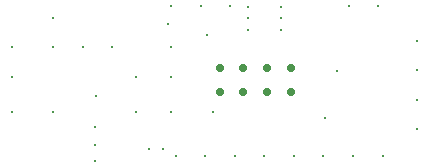
<source format=gbr>
%TF.GenerationSoftware,KiCad,Pcbnew,8.0.3*%
%TF.CreationDate,2024-07-01T09:22:24+07:00*%
%TF.ProjectId,WeatherStation,57656174-6865-4725-9374-6174696f6e2e,rev?*%
%TF.SameCoordinates,Original*%
%TF.FileFunction,Plated,1,2,PTH,Drill*%
%TF.FilePolarity,Positive*%
%FSLAX46Y46*%
G04 Gerber Fmt 4.6, Leading zero omitted, Abs format (unit mm)*
G04 Created by KiCad (PCBNEW 8.0.3) date 2024-07-01 09:22:24*
%MOMM*%
%LPD*%
G01*
G04 APERTURE LIST*
%TA.AperFunction,ViaDrill*%
%ADD10C,0.300000*%
%TD*%
%TA.AperFunction,ComponentDrill*%
%ADD11C,0.700000*%
%TD*%
G04 APERTURE END LIST*
D10*
X193875000Y-111350000D03*
X193875000Y-113850000D03*
X193875000Y-116850000D03*
X197375000Y-108850000D03*
X197375000Y-111350000D03*
X197375000Y-116850000D03*
X199875000Y-111350000D03*
X200875000Y-118100001D03*
X200875000Y-119600001D03*
X200875000Y-121000001D03*
X200950003Y-115500001D03*
X202375000Y-111350000D03*
X204375000Y-113850000D03*
X204375000Y-116850000D03*
X205450000Y-119925001D03*
X206650000Y-119925001D03*
X207100004Y-109350000D03*
X207375000Y-107850000D03*
X207375000Y-111350000D03*
X207375000Y-113850000D03*
X207375000Y-116850000D03*
X207750000Y-120575002D03*
X209875000Y-107850000D03*
X210250000Y-120575002D03*
X210375000Y-110350000D03*
X210875000Y-116850000D03*
X212375000Y-107850000D03*
X212750000Y-120575002D03*
X213875002Y-107900000D03*
X213875002Y-108900000D03*
X213875002Y-109900000D03*
X215250000Y-120575002D03*
X216675002Y-107900000D03*
X216675002Y-108900000D03*
X216675002Y-109900000D03*
X217750000Y-120575002D03*
X220250000Y-120575002D03*
X220375000Y-117350000D03*
X221425002Y-113350000D03*
X222375000Y-107850000D03*
X222750000Y-120575002D03*
X224875000Y-107850000D03*
X225250000Y-120575002D03*
X228125002Y-110800000D03*
X228125002Y-113300000D03*
X228125002Y-115800000D03*
X228125002Y-118300000D03*
D11*
%TO.C,J6*%
X211475001Y-113100001D03*
X211475001Y-115100001D03*
X213475001Y-113100001D03*
X213475001Y-115100001D03*
X215475001Y-113100001D03*
X215475001Y-115100001D03*
X217475001Y-113100001D03*
X217475001Y-115100001D03*
M02*

</source>
